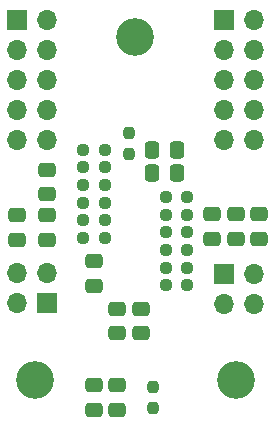
<source format=gbs>
%TF.GenerationSoftware,KiCad,Pcbnew,(6.0.0)*%
%TF.CreationDate,2023-03-26T17:46:31-04:00*%
%TF.ProjectId,daughterBoard,64617567-6874-4657-9242-6f6172642e6b,rev?*%
%TF.SameCoordinates,Original*%
%TF.FileFunction,Soldermask,Bot*%
%TF.FilePolarity,Negative*%
%FSLAX46Y46*%
G04 Gerber Fmt 4.6, Leading zero omitted, Abs format (unit mm)*
G04 Created by KiCad (PCBNEW (6.0.0)) date 2023-03-26 17:46:31*
%MOMM*%
%LPD*%
G01*
G04 APERTURE LIST*
G04 Aperture macros list*
%AMRoundRect*
0 Rectangle with rounded corners*
0 $1 Rounding radius*
0 $2 $3 $4 $5 $6 $7 $8 $9 X,Y pos of 4 corners*
0 Add a 4 corners polygon primitive as box body*
4,1,4,$2,$3,$4,$5,$6,$7,$8,$9,$2,$3,0*
0 Add four circle primitives for the rounded corners*
1,1,$1+$1,$2,$3*
1,1,$1+$1,$4,$5*
1,1,$1+$1,$6,$7*
1,1,$1+$1,$8,$9*
0 Add four rect primitives between the rounded corners*
20,1,$1+$1,$2,$3,$4,$5,0*
20,1,$1+$1,$4,$5,$6,$7,0*
20,1,$1+$1,$6,$7,$8,$9,0*
20,1,$1+$1,$8,$9,$2,$3,0*%
G04 Aperture macros list end*
%ADD10C,3.200000*%
%ADD11R,1.700000X1.700000*%
%ADD12O,1.700000X1.700000*%
%ADD13RoundRect,0.250000X0.475000X-0.337500X0.475000X0.337500X-0.475000X0.337500X-0.475000X-0.337500X0*%
%ADD14RoundRect,0.250000X-0.475000X0.337500X-0.475000X-0.337500X0.475000X-0.337500X0.475000X0.337500X0*%
%ADD15RoundRect,0.250000X0.337500X0.475000X-0.337500X0.475000X-0.337500X-0.475000X0.337500X-0.475000X0*%
%ADD16RoundRect,0.237500X-0.237500X0.250000X-0.237500X-0.250000X0.237500X-0.250000X0.237500X0.250000X0*%
%ADD17RoundRect,0.237500X-0.250000X-0.237500X0.250000X-0.237500X0.250000X0.237500X-0.250000X0.237500X0*%
%ADD18RoundRect,0.237500X0.250000X0.237500X-0.250000X0.237500X-0.250000X-0.237500X0.250000X-0.237500X0*%
G04 APERTURE END LIST*
D10*
%TO.C,REF\u002A\u002A*%
X103500000Y-82500000D03*
%TD*%
D11*
%TO.C,J4*%
X119500000Y-52000000D03*
D12*
X122040000Y-52000000D03*
X119500000Y-54540000D03*
X122040000Y-54540000D03*
X119500000Y-57080000D03*
X122040000Y-57080000D03*
X119500000Y-59620000D03*
X122040000Y-59620000D03*
X119500000Y-62160000D03*
X122040000Y-62160000D03*
%TD*%
D10*
%TO.C,REF\u002A\u002A*%
X120500000Y-82500000D03*
%TD*%
D11*
%TO.C,J2*%
X119500000Y-73500000D03*
D12*
X122040000Y-73500000D03*
X119500000Y-76040000D03*
X122040000Y-76040000D03*
%TD*%
D10*
%TO.C,REF\u002A\u002A*%
X112000000Y-53500000D03*
%TD*%
D11*
%TO.C,J3*%
X104500000Y-76000000D03*
D12*
X101960000Y-76000000D03*
X104500000Y-73460000D03*
X101960000Y-73460000D03*
%TD*%
D11*
%TO.C,J1*%
X102000000Y-52000000D03*
D12*
X104540000Y-52000000D03*
X102000000Y-54540000D03*
X104540000Y-54540000D03*
X102000000Y-57080000D03*
X104540000Y-57080000D03*
X102000000Y-59620000D03*
X104540000Y-59620000D03*
X102000000Y-62160000D03*
X104540000Y-62160000D03*
%TD*%
D13*
%TO.C,C10*%
X110500000Y-78537500D03*
X110500000Y-76462500D03*
%TD*%
D14*
%TO.C,C8*%
X108500000Y-82962500D03*
X108500000Y-85037500D03*
%TD*%
%TO.C,C5*%
X104500000Y-68558500D03*
X104500000Y-70633500D03*
%TD*%
D13*
%TO.C,C11*%
X112500000Y-78537500D03*
X112500000Y-76462500D03*
%TD*%
D15*
%TO.C,C13*%
X115537500Y-65000000D03*
X113462500Y-65000000D03*
%TD*%
D16*
%TO.C,R1*%
X113500000Y-83087500D03*
X113500000Y-84912500D03*
%TD*%
D14*
%TO.C,C1*%
X122500000Y-68462500D03*
X122500000Y-70537500D03*
%TD*%
D16*
%TO.C,R4*%
X111500000Y-61587500D03*
X111500000Y-63412500D03*
%TD*%
D17*
%TO.C,R7*%
X114587500Y-71500000D03*
X116412500Y-71500000D03*
%TD*%
D18*
%TO.C,R14*%
X116412500Y-70000000D03*
X114587500Y-70000000D03*
%TD*%
D14*
%TO.C,C3*%
X118500000Y-68462500D03*
X118500000Y-70537500D03*
%TD*%
D13*
%TO.C,C6*%
X104521000Y-66802000D03*
X104521000Y-64727000D03*
%TD*%
D14*
%TO.C,C9*%
X110500000Y-82962500D03*
X110500000Y-85037500D03*
%TD*%
D17*
%TO.C,R5*%
X114587500Y-67000000D03*
X116412500Y-67000000D03*
%TD*%
%TO.C,R8*%
X114587500Y-73000000D03*
X116412500Y-73000000D03*
%TD*%
D18*
%TO.C,R12*%
X109412500Y-64500000D03*
X107587500Y-64500000D03*
%TD*%
D15*
%TO.C,C12*%
X115537500Y-63000000D03*
X113462500Y-63000000D03*
%TD*%
D18*
%TO.C,R11*%
X109412500Y-66000000D03*
X107587500Y-66000000D03*
%TD*%
%TO.C,R10*%
X109412500Y-69000000D03*
X107587500Y-69000000D03*
%TD*%
D17*
%TO.C,R6*%
X114587500Y-68500000D03*
X116412500Y-68500000D03*
%TD*%
D18*
%TO.C,R13*%
X116412500Y-74500000D03*
X114587500Y-74500000D03*
%TD*%
D14*
%TO.C,C2*%
X120500000Y-68462500D03*
X120500000Y-70537500D03*
%TD*%
%TO.C,C4*%
X102000000Y-68558500D03*
X102000000Y-70633500D03*
%TD*%
D13*
%TO.C,C7*%
X108500000Y-74537500D03*
X108500000Y-72462500D03*
%TD*%
D17*
%TO.C,R3*%
X107587500Y-67500000D03*
X109412500Y-67500000D03*
%TD*%
D18*
%TO.C,R9*%
X109412500Y-70500000D03*
X107587500Y-70500000D03*
%TD*%
D17*
%TO.C,R2*%
X107587500Y-63000000D03*
X109412500Y-63000000D03*
%TD*%
M02*

</source>
